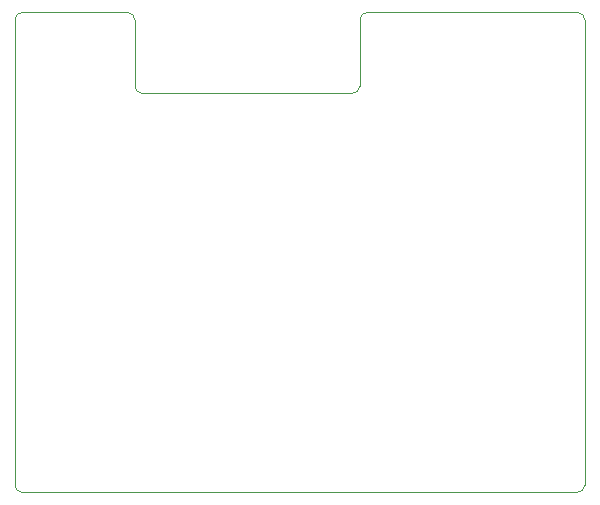
<source format=gm1>
G04 #@! TF.GenerationSoftware,KiCad,Pcbnew,6.0.9-8da3e8f707~116~ubuntu20.04.1*
G04 #@! TF.CreationDate,2022-12-23T11:26:32+01:00*
G04 #@! TF.ProjectId,z_pmod,7a5f706d-6f64-42e6-9b69-6361645f7063,rev?*
G04 #@! TF.SameCoordinates,Original*
G04 #@! TF.FileFunction,Profile,NP*
%FSLAX46Y46*%
G04 Gerber Fmt 4.6, Leading zero omitted, Abs format (unit mm)*
G04 Created by KiCad (PCBNEW 6.0.9-8da3e8f707~116~ubuntu20.04.1) date 2022-12-23 11:26:32*
%MOMM*%
%LPD*%
G01*
G04 APERTURE LIST*
G04 #@! TA.AperFunction,Profile*
%ADD10C,0.100000*%
G04 #@! TD*
G04 APERTURE END LIST*
D10*
X159385000Y-109220000D02*
G75*
G03*
X160020000Y-108585000I0J635000D01*
G01*
X121920000Y-69215000D02*
G75*
G03*
X121285000Y-68580000I-635000J0D01*
G01*
X141605000Y-68580000D02*
G75*
G03*
X140970000Y-69215000I0J-635000D01*
G01*
X111760000Y-69215000D02*
X111760000Y-108585000D01*
X140970000Y-69215000D02*
X140970000Y-74803000D01*
X159385000Y-68580000D02*
X141605000Y-68580000D01*
X111760000Y-108585000D02*
G75*
G03*
X112395000Y-109220000I635000J0D01*
G01*
X112395000Y-68580000D02*
G75*
G03*
X111760000Y-69215000I0J-635000D01*
G01*
X121920000Y-74803000D02*
X121920000Y-69215000D01*
X140335000Y-75438000D02*
G75*
G03*
X140970000Y-74803000I0J635000D01*
G01*
X160020000Y-108585000D02*
X160020000Y-69215000D01*
X121285000Y-68580000D02*
X112395000Y-68580000D01*
X160020000Y-69215000D02*
G75*
G03*
X159385000Y-68580000I-635000J0D01*
G01*
X121920000Y-74803000D02*
G75*
G03*
X122555000Y-75438000I635000J0D01*
G01*
X140335000Y-75438000D02*
X122555000Y-75438000D01*
X112395000Y-109220000D02*
X159385000Y-109220000D01*
M02*

</source>
